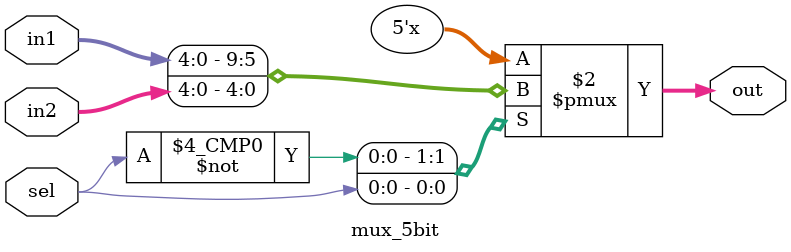
<source format=v>
module mux_5bit(input [4:0] in1,
				input [4:0] in2,
				input sel,
				output reg [4:0] out);
					  
	always @ (*) begin
	
		case(sel)	
			1'b0 : out = in1;
			1'b1 : out = in2;		
		endcase
		
	end
					  
endmodule
</source>
